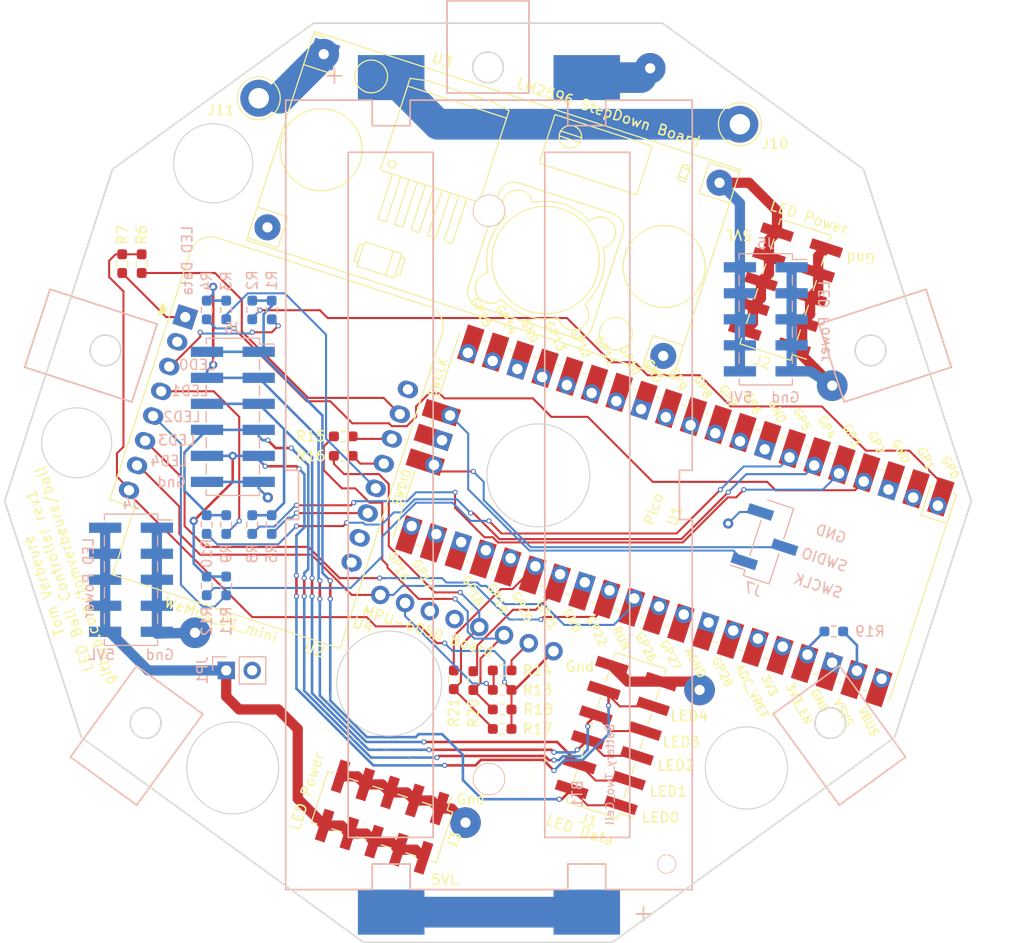
<source format=kicad_pcb>
(kicad_pcb (version 20211014) (generator pcbnew)
  (layers (0 "F.Cu" signal) (1 "In1.Cu" signal) (2 "In2.Cu" signal) (31 "B.Cu" signal) (34 "B.Paste" user) (35 "F.Paste" user) (36 "B.SilkS" user "B.Silkscreen") (37 "F.SilkS" user "F.Silkscreen") (38 "B.Mask" user) (39 "F.Mask" user) (44 "Edge.Cuts" user))
  (net 0 "")
  (net 1 "/SWCLK")
  (net 3 "/SWDIO")
  (net 26 "GND")
  (net 27 "+BATT")
  (net 28 "/LED0")
  (net 29 "/LED1")
  (net 30 "/LED2")
  (net 31 "/LED3")
  (net 32 "/LED4")
  (net 33 "+5VL")
  (net 34 "+5V")
  (net 35 "/LED0_ESP")
  (net 36 "/LED0_PICO")
  (net 37 "/LED1_ESP")
  (net 39 "/LED1_PICO")
  (net 40 "/LED2_ESP")
  (net 41 "+3V3")
  (net 42 "Net-(R6-Pad2)")
  (net 43 "Net-(R7-Pad2)")
  (net 44 "/LED2_PICO")
  (net 45 "/LED3_ESP")
  (net 46 "/LED3_PICO")
  (net 47 "/LED4_ESP")
  (net 48 "/LED4_PICO")
  (net 49 "Net-(R13-Pad1)")
  (net 50 "/INT")
  (net 51 "/SDA")
  (net 52 "/SCL")
  (net 55 "/PICO_RUN")
  (net 56 "/BATT2BATT")
  (net 57 "/SW2PSU")
  (net 58 "Net-(R15-Pad2)")
  (net 59 "Net-(R16-Pad2)")
  (net 60 "Net-(R19-Pad1)")
  (net 61 "Net-(R19-Pad2)")
  (net 62 "Net-(R20-Pad2)")
  (net 63 "Net-(R21-Pad2)")
  (footprint "Resistor_SMD:R_0603_1608Metric_Pad0.98x0.95mm_HandSolder" (layer "F.Cu") (at 120.015 62.5075 -90)
    (fp_text reference "R6")
    (fp_text value "R")
  )
  (footprint "Resistor_SMD:R_0603_1608Metric_Pad0.98x0.95mm_HandSolder" (layer "F.Cu") (at 139.7 79.375)
    (fp_text reference "R15")
    (fp_text value "100K")
  )
  (footprint "Resistor_SMD:R_0603_1608Metric_Pad0.98x0.95mm_HandSolder" (layer "F.Cu") (at 150.495 103.1475 90)
    (fp_text reference "R21")
    (fp_text value "100K")
  )
  (footprint "MCU_RaspberryPi_and_Boards:RPi_Pico_SMD_TH" (layer "F.Cu") (at 172.077731 87.137635 -108)
    (fp_text reference "U1")
    (fp_text value "Pico")
  )
  (footprint "LM2596_Board:YAAJ_DCDC_StepDown_LM2596" (layer "F.Cu") (at 137.795 42.051549 -18)
    (fp_text reference "U3")
    (fp_text value "LM2596 StepDown Board")
  )
  (footprint "Connector_PinHeader_2.54mm:PinHeader_2x05_P2.54mm_Vertical_SMD" (layer "F.Cu") (at 182.891321 65.039584 162)
    (fp_text reference "J2")
    (fp_text value "LED Power")
  )
  (footprint "Connector_PinHeader_2.54mm:PinHeader_2x05_P2.54mm_Vertical_SMD" (layer "F.Cu") (at 143.489049 116.551515 -108)
    (fp_text reference "J3")
    (fp_text value "LED Power")
  )
  (footprint "TestPoint:TestPoint_Loop_D3.80mm_Drill2.0mm" (layer "F.Cu") (at 131.445 46.355)
    (fp_text reference "J11")
    (fp_text value "Conn_01x01")
  )
  (footprint "Module:WEMOS_D1_mini_light" (layer "F.Cu") (at 124.273461 67.728137 -18)
    (fp_text reference "U2")
    (fp_text value "WeMos_D1_mini")
  )
  (footprint "MPU-6050_Board:MPU-6050_Board_no_screw_holes" (layer "F.Cu") (at 149.86 103.505 -108)
    (fp_text reference "U4")
    (fp_text value "MPU-6050 Board")
  )
  (footprint "Resistor_SMD:R_0603_1608Metric_Pad0.98x0.95mm_HandSolder" (layer "F.Cu") (at 139.7 81.28)
    (fp_text reference "R16")
    (fp_text value "100K")
  )
  (footprint "Resistor_SMD:R_0603_1608Metric_Pad0.98x0.95mm_HandSolder" (layer "F.Cu") (at 155.2175 102.235 180)
    (fp_text reference "R14")
    (fp_text value "R")
  )
  (footprint "Resistor_SMD:R_0603_1608Metric_Pad0.98x0.95mm_HandSolder" (layer "F.Cu") (at 118.11 62.5075 -90)
    (fp_text reference "R7")
    (fp_text value "R")
  )
  (footprint "Resistor_SMD:R_0603_1608Metric_Pad0.98x0.95mm_HandSolder" (layer "F.Cu") (at 155.2175 107.95)
    (fp_text reference "R17")
    (fp_text value "R")
  )
  (footprint "Resistor_SMD:R_0603_1608Metric_Pad0.98x0.95mm_HandSolder" (layer "F.Cu") (at 152.4 103.2275 90)
    (fp_text reference "R20")
    (fp_text value "100K")
  )
  (footprint "Connector_PinHeader_2.54mm:PinHeader_2x06_P2.54mm_Vertical_SMD" (layer "F.Cu") (at 166.37 108.585 162)
    (fp_text reference "J1")
    (fp_text value "LED Data")
  )
  (footprint "TestPoint:TestPoint_Loop_D3.80mm_Drill2.0mm" (layer "F.Cu") (at 178.435 48.895)
    (fp_text reference "J10")
    (fp_text value "Conn_01x01")
  )
  (footprint "Resistor_SMD:R_0603_1608Metric_Pad0.98x0.95mm_HandSolder" (layer "F.Cu") (at 155.2175 104.14)
    (fp_text reference "R13")
    (fp_text value "R")
  )
  (footprint "Resistor_SMD:R_0603_1608Metric_Pad0.98x0.95mm_HandSolder" (layer "F.Cu") (at 155.2175 106.045)
    (fp_text reference "R18")
    (fp_text value "R")
  )
  (footprint "Connector_PinHeader_2.54mm:PinHeader_2x05_P2.54mm_Vertical_SMD" (layer "B.Cu") (at 118.975 93.38 180)
    (fp_text reference "J4")
    (fp_text value "LED Power")
  )
  (footprint "2x18650_battery_holder:battery_holder" (layer "B.Cu") (at 153.93 85.09 90)
    (fp_text reference "BT1")
    (fp_text value "Battery_Two_Cell")
  )
  (footprint "Connector_PinHeader_2.54mm:PinHeader_2x06_P2.54mm_Vertical_SMD" (layer "B.Cu") (at 128.92 77.47 180)
    (fp_text reference "J6")
    (fp_text value "LED Data")
  )
  (footprint "Resistor_SMD:R_0603_1608Metric_Pad0.98x0.95mm_HandSolder" (layer "B.Cu") (at 128.27 87.9875 90)
    (fp_text reference "R9")
    (fp_text value "R")
  )
  (footprint "Resistor_SMD:R_0603_1608Metric_Pad0.98x0.95mm_HandSolder" (layer "B.Cu") (at 130.81 67.0325 90)
    (fp_text reference "R2")
    (fp_text value "R")
  )
  (footprint "Resistor_SMD:R_0603_1608Metric_Pad0.98x0.95mm_HandSolder" (layer "B.Cu") (at 132.715 67.0325 90)
    (fp_text reference "R1")
    (fp_text value "R")
  )
  (footprint "Resistor_SMD:R_0603_1608Metric_Pad0.98x0.95mm_HandSolder" (layer "B.Cu") (at 128.27 67.0325 90)
    (fp_text reference "R3")
    (fp_text value "R")
  )
  (footprint "Resistor_SMD:R_0603_1608Metric_Pad0.98x0.95mm_HandSolder" (layer "B.Cu") (at 132.715 87.9875 90)
    (fp_text reference "R5")
    (fp_text value "R")
  )
  (footprint "Connector_PinHeader_2.54mm:PinHeader_2x05_P2.54mm_Vertical_SMD" (layer "B.Cu") (at 180.96 67.945 180)
    (fp_text reference "J5")
    (fp_text value locked "LED Power")
  )
  (footprint "Connector_PinHeader_2.54mm:PinHeader_1x02_P2.54mm_Vertical" (layer "B.Cu") (at 128.27 102.235 -90)
    (fp_text reference "JP1")
    (fp_text value "5V Power")
  )
  (footprint "Connector_PinHeader_2.54mm:PinHeader_1x03_P2.54mm_Vertical_SMD_Pin1Left" (layer "B.Cu") (at 181.222893 89.689095 -18)
    (fp_text reference "J7")
    (fp_text value "Conn_01x03_Male")
  )
  (footprint "Resistor_SMD:R_0603_1608Metric_Pad0.98x0.95mm_HandSolder" (layer "B.Cu") (at 126.365 93.98 90)
    (fp_text reference "R12")
    (fp_text value "R")
  )
  (footprint "Resistor_SMD:R_0603_1608Metric_Pad0.98x0.95mm_HandSolder" (layer "B.Cu") (at 126.365 67.0325 90)
    (fp_text reference "R4")
    (fp_text value "R")
  )
  (footprint "Resistor_SMD:R_0603_1608Metric_Pad0.98x0.95mm_HandSolder" (layer "B.Cu") (at 187.6025 98.425 180)
    (fp_text reference "R19")
    (fp_text value "100K")
  )
  (footprint "Resistor_SMD:R_0603_1608Metric_Pad0.98x0.95mm_HandSolder" (layer "B.Cu") (at 126.365 87.9875 90)
    (fp_text reference "R10")
    (fp_text value "R")
  )
  (footprint "Resistor_SMD:R_0603_1608Metric_Pad0.98x0.95mm_HandSolder" (layer "B.Cu") (at 128.27 93.98 90)
    (fp_text reference "R11")
    (fp_text value "R")
  )
  (footprint "Resistor_SMD:R_0603_1608Metric_Pad0.98x0.95mm_HandSolder" (layer "B.Cu") (at 130.81 87.9875 90)
    (fp_text reference "R8")
    (fp_text value "R")
  )
  (gr_line locked (start 125.993017 106.489779) (end 119.527345 115.388314) (layer "B.SilkS") (width 0.16))
  (gr_line locked (start 157.835498 45.842631) (end 149.835972 45.842631) (layer "B.SilkS") (width 0.16))
  (gr_line locked (start 111.06211 65.012646) (end 121.523658 68.412258) (layer "B.SilkS") (width 0.16))
  (gr_line locked (start 194.616502 110.686367) (end 188.14476 115.388365) (layer "B.SilkS") (width 0.16))
  (gr_line locked (start 181.678529 106.490033) (end 188.151237 101.787706) (layer "B.SilkS") (width 0.16))
  (gr_line locked (start 199.081365 72.621623) (end 188.61974 76.020803) (layer "B.SilkS") (width 0.16))
  (gr_line locked (start 157.835194 36.842217) (end 157.835498 45.842631) (layer "B.SilkS") (width 0.16))
  (gr_line locked (start 121.523658 68.412258) (end 119.051756 76.020473) (layer "B.SilkS") (width 0.16))
  (gr_line locked (start 149.835667 36.842217) (end 157.835194 36.842217) (layer "B.SilkS") (width 0.16))
  (gr_line locked (start 119.051756 76.020473) (end 108.590512 72.621851) (layer "B.SilkS") (width 0.16))
  (gr_line locked (start 186.147608 68.41236) (end 196.609233 65.013154) (layer "B.SilkS") (width 0.16))
  (gr_line locked (start 188.14476 115.388365) (end 181.678529 106.490033) (layer "B.SilkS") (width 0.16))
  (gr_line locked (start 188.61974 76.020803) (end 186.147608 68.41236) (layer "B.SilkS") (width 0.16))
  (gr_line locked (start 108.590512 72.621851) (end 111.06211 65.012646) (layer "B.SilkS") (width 0.16))
  (gr_line locked (start 196.609233 65.013154) (end 199.081365 72.621623) (layer "B.SilkS") (width 0.16))
  (gr_line locked (start 188.151237 101.787706) (end 194.616502 110.686367) (layer "B.SilkS") (width 0.16))
  (gr_line locked (start 113.054587 110.686367) (end 119.521173 101.787554) (layer "B.SilkS") (width 0.16))
  (gr_line locked (start 119.521173 101.787554) (end 125.993017 106.489779) (layer "B.SilkS") (width 0.16))
  (gr_line locked (start 119.527345 115.388314) (end 113.054587 110.686367) (layer "B.SilkS") (width 0.16))
  (gr_line locked (start 149.835972 45.842631) (end 149.835667 36.842217) (layer "B.SilkS") (width 0.16))
  (gr_circle (center 144.184533 103.505) (end 139.104533 102.87) (layer "Edge.Cuts") (width 0.1) (fill none))
  (gr_circle locked (center 191.187905 70.980509) (end 191.651431 72.407094) (layer "Edge.Cuts") (width 0.16) (fill none))
  (gr_circle (center 127 52.705) (end 123.19 53.34) (layer "Edge.Cuts") (width 0.1) (fill none))
  (gr_circle (center 158.75 83.185) (end 163.576 84.582) (layer "Edge.Cuts") (width 0.1) (fill none))
  (gr_line locked (start 114.137967 108.775046) (end 106.638125 85.692904) (layer "Edge.Cuts") (width 0.16))
  (gr_line locked (start 201.03294 85.692271) (end 193.533025 108.775653) (layer "Edge.Cuts") (width 0.16))
  (gr_circle (center 179.07 111.76) (end 182.88 110.49) (layer "Edge.Cuts") (width 0.1) (fill none))
  (gr_line locked (start 136.801515 39.025856) (end 170.869719 39.025168) (layer "Edge.Cuts") (width 0.16))
  (gr_line locked (start 117.165905 53.291819) (end 136.801515 39.025856) (layer "Edge.Cuts") (width 0.16))
  (gr_circle (center 128.905 111.76) (end 124.46 111.125) (layer "Edge.Cuts") (width 0.1) (fill none))
  (gr_circle locked (center 116.483585 70.980409) (end 116.94711 72.406994) (layer "Edge.Cuts") (width 0.16) (fill none))
  (gr_line locked (start 170.869719 39.025168) (end 190.505349 53.291678) (layer "Edge.Cuts") (width 0.16))
  (gr_line locked (start 106.638125 85.692904) (end 117.165905 53.291819) (layer "Edge.Cuts") (width 0.16))
  (gr_circle locked (center 153.836052 43.342149) (end 154.299578 44.768734) (layer "Edge.Cuts") (width 0.16) (fill none))
  (gr_line locked (start 190.505349 53.291678) (end 201.03294 85.692271) (layer "Edge.Cuts") (width 0.16))
  (gr_line locked (start 165.970865 128.799885) (end 141.7 128.8) (layer "Edge.Cuts") (width 0.16))
  (gr_circle locked (center 187.266359 107.374587) (end 187.729885 108.801171) (layer "Edge.Cuts") (width 0.16) (fill none))
  (gr_circle (center 113.665 80.01) (end 110.49 81.28) (layer "Edge.Cuts") (width 0.1) (fill none))
  (gr_line locked (start 193.533025 108.775653) (end 165.970865 128.799885) (layer "Edge.Cuts") (width 0.16))
  (gr_circle locked (center 120.405978 107.37458) (end 120.869503 108.801165) (layer "Edge.Cuts") (width 0.16) (fill none))
  (gr_line locked (start 141.7 128.8) (end 114.137967 108.775046) (layer "Edge.Cuts") (width 0.16))
  (gr_text "LED4" (at 122.682 81.788) (layer "B.SilkS") (effects (font (size 1 1)) (justify mirror)))
  (gr_text "LED0\n" (at 125.476 72.39) (layer "B.SilkS") (effects (font (size 1 1)) (justify mirror)))
  (gr_text "Gnd" (at 122.936 83.82) (layer "B.SilkS") (effects (font (size 1 1)) (justify mirror)))
  (gr_text "LED1" (at 124.714 74.93) (layer "B.SilkS") (effects (font (size 1 1)) (justify mirror)))
  (gr_text "GND" (at 187.325 88.9 342) (layer "B.SilkS") (effects (font (size 1 1)) (justify mirror)))
  (gr_text "5VL" (at 116.1 100.7) (layer "B.SilkS") (effects (font (size 1 1)) (justify mirror)))
  (gr_text "5VL" (at 178.36 75.565) (layer "B.SilkS") (effects (font (size 1 1)) (justify mirror)))
  (gr_text "Gnd" (at 121.8 100.7) (layer "B.SilkS") (effects (font (size 1 1)) (justify mirror)))
  (gr_text "SWDIO" (at 186.69 91.44 342) (layer "B.SilkS") (effects (font (size 1 1)) (justify mirror)))
  (gr_text "SWCLK" (at 186.055 93.98 342) (layer "B.SilkS") (effects (font (size 1 1)) (justify mirror)))
  (gr_text "Gnd" (at 182.88 75.565) (layer "B.SilkS") (effects (font (size 1 1)) (justify mirror)))
  (gr_text "LED3" (at 123.444 79.756) (layer "B.SilkS") (effects (font (size 1 1)) (justify mirror)))
  (gr_text "LED2" (at 123.952 77.47) (layer "B.SilkS") (effects (font (size 1 1)) (justify mirror)))
  (gr_text "Gnd" (at 152.146 114.808) (layer "F.SilkS") (effects (font (size 1 1))))
  (gr_text "Gnd" (at 190.246 61.976 180) (layer "F.SilkS") (effects (font (size 1 1))))
  (gr_text "LED3" (at 172.72 109.22) (layer "F.SilkS") (effects (font (size 1 1))))
  (gr_text "Gnd" (at 162.814 101.854) (layer "F.SilkS") (effects (font (size 1 1))))
  (gr_text "5VL" (at 178.308 59.69 180) (layer "F.SilkS") (effects (font (size 1 1))))
  (gr_text "LED0" (at 170.688 116.586) (layer "F.SilkS") (effects (font (size 1 1))))
  (gr_text "LED4" (at 173.482 106.68) (layer "F.SilkS") (effects (font (size 1 1))))
  (gr_text "Tom Verbeure\nLED Ball Controller rev1\ngithub.com/tomverbeure/ball" (at 112.014 93.472 108) (layer "F.SilkS") (effects (font (size 1 1))))
  (gr_text "LED1" (at 171.45 114.046) (layer "F.SilkS") (effects (font (size 1 1))))
  (gr_text "LED2" (at 172.212 111.506) (layer "F.SilkS") (effects (font (size 1 1))))
  (gr_text "5VL" (at 149.606 122.682) (layer "F.SilkS") (effects (font (size 1 1))))
  (segment (start 151.900499 84.544255) (end 151.900499 79.104561) (width 0.2) (layer "B.Cu") (net 1))
  (segment (start 178.863991 91.593355) (end 177.797665 90.527029) (width 0.2) (layer "B.Cu") (net 1))
  (segment (start 151.900499 79.104561) (end 150.132383 77.336445) (width 0.2) (layer "B.Cu") (net 1))
  (segment (start 177.797665 90.527029) (end 157.883273 90.527029) (width 0.2) (layer "B.Cu") (net 1))
  (segment (start 157.883273 90.527029) (end 151.900499 84.544255) (width 0.2) (layer "B.Cu") (net 1))
  (segment (start 149.198765 82.804) (end 148.562577 82.167812) (width 0.2) (layer "F.Cu") (net 3))
  (segment (start 152.4 82.804) (end 149.198765 82.804) (width 0.2) (layer "F.Cu") (net 3))
  (via (at 152.4 82.804) (size 0.5) (drill 0.3) (layers "F.Cu" "B.Cu") (net 3))
  (segment (start 153.416 83.82) (end 152.4 82.804) (width 0.2) (layer "B.Cu") (net 3))
  (segment (start 156.972 89.154) (end 153.416 85.598) (width 0.2) (layer "B.Cu") (net 3))
  (segment (start 182.796892 90.200518) (end 158.018518 90.200518) (width 0.2) (layer "B.Cu") (net 3))
  (segment (start 153.416 85.598) (end 153.416 85.344) (width 0.2) (layer "B.Cu") (net 3))
  (segment (start 153.416 85.344) (end 153.416 83.82) (width 0.2) (layer "B.Cu") (net 3))
  (segment (start 158.018518 90.200518) (end 156.972 89.154) (width 0.2) (layer "B.Cu") (net 3))
  (segment (start 148.562577 82.167812) (end 148.67394 82.167812) (width 0.25) (layer "B.Cu") (net 3))
  (segment (start 149.100684 115.719904) (end 150.263904 115.719904) (width 1) (layer "F.Cu") (net 26))
  (segment (start 144.269317 114.150097) (end 145.900097 114.150097) (width 1) (layer "F.Cu") (net 26))
  (segment (start 185.292739 65.819852) (end 185.292739 67.450632) (width 1) (layer "F.Cu") (net 26))
  (segment (start 183.722932 70.692932) (end 187.452 74.422) (width 1) (layer "F.Cu") (net 26))
  (segment (start 170.733676 103.326059) (end 167.491376 103.326059) (width 1) (layer "F.Cu") (net 26))
  (segment (start 141.06873 112.580291) (end 141.853633 113.365194) (width 1) (layer "F.Cu") (net 26))
  (segment (start 148.31578 114.935) (end 149.100684 115.719904) (width 1) (layer "F.Cu") (net 26))
  (segment (start 170.733676 103.326059) (end 173.684059 103.326059) (width 1) (layer "F.Cu") (net 26))
  (segment (start 163.90204 93.019591) (end 163.291361 93.63027) (width 0.25) (layer "F.Cu") (net 26))
  (segment (start 187.448197 101.479301) (end 187.448197 100.585558) (width 0.25) (layer "F.Cu") (net 26))
  (segment (start 173.684059 103.326059) (end 174.498 104.14) (width 1) (layer "F.Cu") (net 26))
  (segment (start 156.13 101.255822) (end 157.815114 99.570708) (width 0.2) (layer "F.Cu") (net 26))
  (segment (start 186.077642 61.773388) (end 186.077642 63.404168) (width 1) (layer "F.Cu") (net 26))
  (segment (start 184.507836 69.866315) (end 183.722932 70.651219) (width 1) (layer "F.Cu") (net 26))
  (segment (start 151.823622 89.095075) (end 151.212943 89.705754) (width 0.25) (layer "F.Cu") (net 26))
  (segment (start 186.077642 63.404168) (end 186.077642 65.034949) (width 1) (layer "F.Cu") (net 26))
  (segment (start 156.707265 72.795969) (end 156.707265 73.286087) (width 0.25) (layer "F.Cu") (net 26))
  (segment (start 183.722932 70.651219) (end 183.722932 70.692932) (width 1) (layer "F.Cu") (net 26))
  (segment (start 139.43795 112.580291) (end 141.06873 112.580291) (width 1) (layer "F.Cu") (net 26))
  (segment (start 146.685 114.935) (end 148.31578 114.935) (width 1) (layer "F.Cu") (net 26))
  (segment (start 143.484414 113.365194) (end 144.269317 114.150097) (width 1) (layer "F.Cu") (net 26))
  (segment (start 141.853633 113.365194) (end 143.484414 113.365194) (width 1) (layer "F.Cu") (net 26))
  (segment (start 145.900097 114.150097) (end 146.685 114.935) (width 1) (layer "F.Cu") (net 26))
  (segment (start 185.292739 67.450632) (end 184.507836 68.235535) (width 1) (layer "F.Cu") (net 26))
  (segment (start 156.707265 72.795969) (end 156.707265 72.765149) (width 0.25) (layer "F.Cu") (net 26))
  (segment (start 186.077642 65.034949) (end 185.292739 65.819852) (width 1) (layer "F.Cu") (net 26))
  (segment (start 150.263904 115.719904) (end 151.638 117.094) (width 1) (layer "F.Cu") (net 26))
  (segment (start 186.077642 61.773388) (end 186.862545 60.988485) (width 1) (layer "F.Cu") (net 26))
  (segment (start 156.13 102.235) (end 156.13 101.255822) (width 0.2) (layer "F.Cu") (net 26))
  (segment (start 184.507836 68.235535) (end 184.507836 69.866315) (width 1) (layer "F.Cu") (net 26))
  (segment (start 167.491376 103.326059) (end 165.93084 101.765523) (width 1) (layer "F.Cu") (net 26))
  (segment (start 163.291361 93.63027) (end 163.291361 93.185313) (width 0.25) (layer "F.Cu") (net 26))
  (via (at 125.222 98.552) (size 3) (drill 1) (layers "F.Cu" "B.Cu") (net 26))
  (via (at 177.292 87.884) (size 1) (drill 0.5) (layers "F.Cu" "B.Cu") (net 26))
  (via (at 151.638 117.094) (size 3) (drill 1) (layers "F.Cu" "B.Cu") (net 26))
  (via (at 169.672 43.434) (size 3) (drill 1) (layers "F.Cu" "B.Cu") (net 26))
  (via (at 132.334 85.344) (size 1) (drill 0.5) (layers "F.Cu" "B.Cu") (net 26))
  (via (at 174.498 104.14) (size 3) (drill 1) (layers "F.Cu" "B.Cu") (net 26))
  (via (at 187.452 74.422) (size 3) (drill 1) (layers "F.Cu" "B.Cu") (net 26))
  (segment (start 125.222 98.552) (end 121.5 98.64) (width 1) (layer "B.Cu") (net 26))
  (segment (start 121.5 95.92) (end 121.5 93.38) (width 1) (layer "B.Cu") (net 26))
  (segment (start 126.395 83.82) (end 131.445 83.82) (width 0.25) (layer "B.Cu") (net 26))
  (segment (start 180.433798 86.761988) (end 178.414012 86.761988) (width 0.2) (layer "B.Cu") (net 26))
  (segment (start 183.485 73.025) (end 183.485 70.485) (width 1) (layer "B.Cu") (net 26))
  (segment (start 121.5 90.84) (end 121.5 88.3) (width 1) (layer "B.Cu") (net 26))
  (segment (start 121.5 93.38) (end 121.5 90.84) (width 1) (layer "B.Cu") (net 26))
  (segment (start 121.5 98.64) (end 121.5 98.46) (width 1) (layer "B.Cu") (net 26))
  (segment (start 178.414012 86.761988) (end 177.292 87.884) (width 0.2) (layer "B.Cu") (net 26))
  (segment (start 131.445 84.455) (end 132.334 85.344) (width 0.25) (layer "B.Cu") (net 26))
  (segment (start 183.485 67.945) (end 183.485 65.405) (width 1) (layer "B.Cu") (net 26))
  (segment (start 183.485 65.405) (end 183.485 62.865) (width 1) (layer "B.Cu") (net 26))
  (segment (start 168.766 44.34) (end 169.672 43.434) (width 1) (layer "B.Cu") (net 26))
  (segment (start 121.5 98.46) (end 121.5 95.92) (width 1) (layer "B.Cu") (net 26))
  (segment (start 183.485 70.485) (end 183.485 67.945) (width 1) (layer "B.Cu") (net 26))
  (segment (start 185.293 73.025) (end 183.485 73.025) (width 1) (layer "B.Cu") (net 26))
  (segment (start 163.48 44.34) (end 168.766 44.34) (width 3) (layer "B.Cu") (net 26))
  (segment (start 131.445 83.82) (end 131.445 84.455) (width 0.25) (layer "B.Cu") (net 26))
  (segment (start 187.452 74.422) (end 185.293 73.025) (width 1) (layer "B.Cu") (net 26))
  (segment (start 148.935 48.895) (end 144.38 44.34) (width 3) (layer "B.Cu") (net 27))
  (segment (start 178.435 48.895) (end 148.935 48.895) (width 3) (layer "B.Cu") (net 27))
  (segment (start 160.782 114.808) (end 161.042265 114.808) (width 0.25) (layer "F.Cu") (net 28))
  (segment (start 138.43 93.472) (end 138.43 95.25) (width 0.25) (layer "F.Cu") (net 28))
  (segment (start 161.042265 114.808) (end 162.006324 113.843941) (width 0.25) (layer "F.Cu") (net 28))
  (segment (start 163.56686 115.404477) (end 162.006324 113.843941) (width 0.2) (layer "F.Cu") (net 28))
  (segment (start 166.80916 115.404477) (end 163.56686 115.404477) (width 0.2) (layer "F.Cu") (net 28))
  (via (at 138.43 93.472) (size 0.5) (drill 0.3) (layers "F.Cu" "B.Cu") (net 28))
  (via (at 138.43 95.25) (size 0.5) (drill 0.3) (layers "F.Cu" "B.Cu") (net 28))
  (via (at 160.782 114.808) (size 0.5) (drill 0.3) (layers "F.Cu" "B.Cu") (net 28))
  (segment (start 151.384 112.776) (end 151.384 112.944974) (width 0.25) (layer "B.Cu") (net 28))
  (segment (start 137.668 92.71) (end 138.43 93.472) (width 0.25) (layer "B.Cu") (net 28))
  (segment (start 142.009054 108.750376) (end 146.773624 108.750376) (width 0.25) (layer "B.Cu") (net 28))
  (segment (start 151.384 112.944974) (end 153.247026 114.808) (width 0.25) (layer "B.Cu") (net 28))
  (segment (start 131.445 71.12) (end 131.923511 70.641489) (width 0.25) (layer "B.Cu") (net 28))
  (segment (start 149.352 108.458) (end 151.384 110.49) (width 0.25) (layer "B.Cu") (net 28))
  (segment (start 137.668 77.343) (end 137.668 85.598) (width 0.25) (layer "B.Cu") (net 28))
  (segment (start 132.715 66.12) (end 130.81 66.12) (width 0.25) (layer "B.Cu") (net 28))
  (segment (start 146.812 108.712) (end 147.066 108.458) (width 0.25) (layer "B.Cu") (net 28))
  (segment (start 137.668 85.598) (end 137.668 92.71) (width 0.25) (layer "B.Cu") (net 28))
  (segment (start 131.923511 67.446247) (end 132.715 66.654758) (width 0.25) (layer "B.Cu") (net 28))
  (segment (start 131.445 71.12) (end 126.395 71.12) (width 0.25) (layer "B.Cu") (net 28))
  (segment (start 132.715 66.654758) (end 132.715 66.12) (width 0.25) (layer "B.Cu") (net 28))
  (segment (start 147.066 108.458) (end 149.352 108.458) (width 0.25) (layer "B.Cu") (net 28))
  (segment (start 131.923511 70.641489) (end 131.923511 67.446247) (width 0.25) (layer "B.Cu") (net 28))
  (segment (start 138.43 95.25) (end 138.43 105.171322) (width 0.25) (layer "B.Cu") (net 28))
  (segment (start 151.384 110.49) (end 151.384 112.776) (width 0.25) (layer "B.Cu") (net 28))
  (segment (start 131.445 71.12) (end 137.668 77.343) (width 0.25) (layer "B.Cu") (net 28))
  (segment (start 138.43 105.171322) (end 142.009054 108.750376) (width 0.25) (layer "B.Cu") (net 28))
  (segment (start 146.773624 108.750376) (end 146.812 108.712) (width 0.25) (layer "B.Cu") (net 28))
  (segment (start 153.247026 114.808) (end 160.782 114.808) (width 0.25) (layer "B.Cu") (net 28))
  (segment (start 137.414 93.472) (end 137.414 95.25) (width 0.25) (layer "F.Cu") (net 29))
  (segment (start 164.351764 112.988793) (end 162.791228 111.428257) (width 0.2) (layer "F.Cu") (net 29))
  (segment (start 160.582971 109.22) (end 162.791228 111.428257) (width 0.25) (layer "F.Cu") (net 29))
  (segment (start 147.574 109.22) (end 160.582971 109.22) (width 0.25) (layer "F.Cu") (net 29))
  (segment (start 127 72.39) (end 127 64.77) (width 0.25) (layer "F.Cu") (net 29))
  (segment (start 167.594063 112.988793) (end 164.351764 112.988793) (width 0.2) (layer "F.Cu") (net 29))
  (via (at 137.414 93.472) (size 0.5) (drill 0.3) (layers "F.Cu" "B.Cu") (net 29))
  (via (at 147.574 109.22) (size 0.5) (drill 0.3) (layers "F.Cu" "B.Cu") (net 29))
  (via (at 137.414 95.25) (size 0.5) (drill 0.3) (layers "F.Cu" "B.Cu") (net 29))
  (via (at 127 64.77) (size 0.8) (drill 0.4) (layers "F.Cu" "B.Cu") (net 29))
  (via (at 127 72.39) (size 0.8) (drill 0.4) (layers "F.Cu" "B.Cu") (net 29))
  (segment (start 141.946212 109.22) (end 147.574 109.22) (width 0.25) (layer "B.Cu") (net 29))
  (segment (start 137.414 95.25) (end 137.414 104.687788) (width 0.25) (layer "B.Cu") (net 29))
  (segment (start 127 65.485) (end 126.365 66.12) (width 0.25) (layer "B.Cu") (net 29))
  (segment (start 137.29149 93.34949) (end 137.414 93.472) (width 0.25) (layer "B.Cu") (net 29))
  (segment (start 128.27 66.12) (end 126.365 66.12) (width 0.25) (layer "B.Cu") (net 29))
  (segment (start 126.395 73.66) (end 131.445 73.66) (width 0.25) (layer "B.Cu") (net 29))
  (segment (start 126.395 72.995) (end 127 72.39) (width 0.25) (layer "B.Cu") (net 29))
  (segment (start 137.29149 79.50649) (end 137.29149 93.34949) (width 0.25) (layer "B.Cu") (net 29))
  (segment (start 127 64.77) (end 127 65.485) (width 0.25) (layer "B.Cu") (net 29))
  (segment (start 126.395 73.66) (end 126.395 72.995) (width 0.25) (layer "B.Cu") (net 29))
  (segment (start 131.445 73.66) (end 137.29149 79.50649) (width 0.25) (layer "B.Cu") (net 29))
  (segment (start 137.414 104.687788) (end 141.946212 109.22) (width 0.25) (layer "B.Cu") (net 29))
  (segment (start 162.56 109.982) (end 162.606705 109.982) (width 0.25) (layer "F.Cu") (net 30))
  (segment (start 165.136667 110.57311) (end 163.576131 109.012574) (width 0.2) (layer "F.Cu") (net 30))
  (segment (start 148.082 109.982) (end 160.02 109.982) (width 0.25) (layer "F.Cu") (net 30))
  (segment (start 160.02 109.982) (end 160.274 110.236) (width 0.25) (layer "F.Cu") (net 30))
  (segment (start 162.606705 109.982) (end 163.576131 109.012574) (width 0.25) (layer "F.Cu") (net 30))
  (segment (start 168.378966 110.57311) (end 165.136667 110.57311) (width 0.2) (layer "F.Cu") (net 30))
  (segment (start 136.652 93.218) (end 136.652 94.996) (width 0.25) (layer "F.Cu") (net 30))
  (via (at 136.652 94.996) (size 0.5) (drill 0.3) (layers "F.Cu" "B.Cu") (net 30))
  (via (at 136.652 93.218) (size 0.5) (drill 0.3) (layers "F.Cu" "B.Cu") (net 30))
  (via (at 162.56 109.982) (size 0.5) (drill 0.3) (layers "F.Cu" "B.Cu") (net 30))
  (via (at 148.082 109.982) (size 0.5) (drill 0.3) (layers "F.Cu" "B.Cu") (net 30))
  (via (at 160.274 110.236) (size 0.5) (drill 0.3) (layers "F.Cu" "B.Cu") (net 30))
  (segment (start 136.652 104.458254) (end 142.175746 109.982) (width 0.25) (layer "B.Cu") (net 30))
  (segment (start 131.445 76.2) (end 133.9215 78.6765) (width 0.25) (layer "B.Cu") (net 30))
  (segment (start 161.798 110.236) (end 162.306 110.236) (width 0.25) (layer "B.Cu") (net 30))
  (segment (start 142.175746 109.982) (end 148.082 109.982) (width 0.25) (layer "B.Cu") (net 30))
  (segment (start 133.9215 78.6765) (end 136.66098 81.41598) (width 0.25) (layer "B.Cu") (net 30))
  (segment (start 136.652 94.996) (end 136.652 104.458254) (width 0.25) (layer "B.Cu") (net 30))
  (segment (start 162.306 110.236) (end 162.56 109.982) (width 0.25) (layer "B.Cu") (net 30))
  (segment (start 131.445 76.2) (end 126.395 76.2) (width 0.25) (layer "B.Cu") (net 30))
  (segment (start 136.66098 93.20902) (end 136.652 93.218) (width 0.25) (layer "B.Cu") (net 30))
  (segment (start 132.715 87.075) (end 133.9215 85.8685) (width 0.25) (layer "B.Cu") (net 30))
  (segment (start 133.9215 85.8685) (end 133.9215 78.6765) (width 0.25) (layer "B.Cu") (net 30))
  (segment (start 130.81 87.075) (end 132.715 87.075) (width 0.25) (layer "B.Cu") (net 30))
  (segment (start 160.274 110.236) (end 161.798 110.236) (width 0.25) (layer "B.Cu") (net 30))
  (segment (start 136.66098 81.41598) (end 136.66098 93.20902) (width 0.25) (layer "B.Cu") (net 30))
  (segment (start 169.163869 108.157426) (end 165.92157 108.157426) (width 0.2) (layer "F.Cu") (net 31))
  (segment (start 133.096 80.518) (end 134.62 80.518) (width 0.25) (layer "F.Cu") (net 31))
  (segment (start 132.334 79.756) (end 133.096 80.518) (width 0.25) (layer "F.Cu") (net 31))
  (segment (start 159.381435 110.588969) (end 159.790466 110.998) (width 0.25) (layer "F.Cu") (net 31))
  (segment (start 159.790466 110.998) (end 160.274 110.998) (width 0.25) (layer "F.Cu") (net 31))
  (segment (start 148.844 110.744) (end 148.999031 110.588969) (width 0.25) (layer "F.Cu") (net 31))
  (segment (start 163.576 107.696) (end 163.576 107.381924) (width 0.25) (layer "F.Cu") (net 31))
  (segment (start 165.92157 108.157426) (end 164.361034 106.59689) (width 0.2) (layer "F.Cu") (net 31))
  (segment (start 163.576 107.381924) (end 164.361034 106.59689) (width 0.25) (layer "F.Cu") (net 31))
  (segment (start 135.89 93.218) (end 135.89 94.996) (width 0.25) (layer "F.Cu") (net 31))
  (segment (start 148.999031 110.588969) (end 159.381435 110.588969) (width 0.25) (layer "F.Cu") (net 31))
  (via (at 135.89 93.218) (size 0.5) (drill 0.3) (layers "F.Cu" "B.Cu") (net 31))
  (via (at 134.62 80.518) (size 0.5) (drill 0.3) (layers "F.Cu" "B.Cu") (net 31))
  (via (at 160.274 110.998) (size 0.5) (drill 0.3) (layers "F.Cu" "B.Cu") (net 31))
  (via (at 163.576 107.696) (size 0.5) (drill 0.3) (layers "F.Cu" "B.Cu") (net 31))
  (via (at 132.334 79.756) (size 0.5) (drill 0.3) (layers "F.Cu" "B.Cu") (net 31))
  (via (at 148.844 110.744) (size 0.5) (drill 0.3) (layers "F.Cu" "B.Cu") (net 31))
  (via (at 135.89 94.996) (size 0.5) (drill 0.3) (layers "F.Cu" "B.Cu") (net 31))
  (segment (start 126.365 87.075) (end 126.365 86.849511) (width 0.25) (layer "B.Cu") (net 31))
  (segment (start 135.89 104.228735) (end 142.405265 110.744) (width 0.25) (layer "B.Cu") (net 31))
  (segment (start 161.134045 110.621489) (end 162.912045 110.621489) (width 0.25) (layer "B.Cu") (net 31))
  (segment (start 131.445 79.375) (end 131.826 79.756) (width 0.25) (layer "B.Cu") (net 31))
  (segment (start 136.28447 82.18247) (end 136.28447 92.339996) (width 0.25) (layer "B.Cu") (net 31))
  (segment (start 126.365 86.849511) (end 124.195489 84.68) (width 0.25) (layer "B.Cu") (net 31))
  (segment (start 126.365 87.075) (end 128.27 87.075) (width 0.25) (layer "B.Cu") (net 31))
  (segment (start 124.195489 80.939511) (end 126.395 78.74) (width 0.25) (layer "B.Cu") (net 31))
  (segment (start 136.28447 92.339996) (end 135.89 92.734466) (width 0.25) (layer "B.Cu") (net 31))
  (segment (start 142.405265 110.744) (end 148.844 110.744) (width 0.25) (layer "B.Cu") (net 31))
  (segment (start 126.395 78.74) (end 131.445 78.74) (width 0.25) (layer "B.Cu") (net 31))
  (segment (start 160.274 110.998) (end 160.757534 110.998) (width 0.25) (layer "B.Cu") (net 31))
  (segment (start 131.445 78.74) (end 131.445 79.375) (width 0.25) (layer "B.Cu") (net 31))
  (segment (start 135.89 94.996) (end 135.89 104.228735) (width 0.25) (layer "B.Cu") (net 31))
  (segment (start 134.62 80.518) (end 136.28447 82.18247) (width 0.25) (layer "B.Cu") (net 31))
  (segment (start 163.576 109.957534) (end 163.576 107.696) (width 0.25) (layer "B.Cu") (net 31))
  (segment (start 162.912045 110.621489) (end 163.576 109.957534) (width 0.25) (layer "B.Cu") (net 31))
  (segment (start 160.757534 110.998) (end 161.134045 110.621489) (width 0.25) (layer "B.Cu") (net 31))
  (segment (start 131.826 79.756) (end 132.334 79.756) (width 0.25) (layer "B.Cu") (net 31))
  (segment (start 135.89 92.734466) (end 135.89 93.218) (width 0.25) (layer "B.Cu") (net 31))
  (segment (start 124.195489 84.68) (end 124.195489 80.939511) (width 0.25) (layer "B.Cu") (net 31))
  (segment (start 125.095 87.63) (end 128.905 83.82) (width 0.25) (layer "F.Cu") (net 32))
  (segment (start 165.608 104.64327) (end 165.145937 104.181207) (width 0.25) (layer "F.Cu") (net 32))
  (segment (start 159.225479 110.965479) (end 160.274 112.014) (width 0.25) (layer "F.Cu") (net 32))
  (segment (start 135.128 82.296) (end 135.382 82.55) (width 0.25) (layer "F.Cu") (net 32))
  (segment (start 166.706473 105.741743) (end 165.145937 104.181207) (width 0.2) (layer "F.Cu") (net 32))
  (segment (start 128.905 83.82) (end 128.905 81.28) (width 0.25) (layer "F.Cu") (net 32))
  (segment (start 165.608 105.664) (end 165.608 104.64327) (width 0.25) (layer "F.Cu") (net 32))
  (segment (start 149.606 111.506) (end 152.613026 111.506) (width 0.25) (layer "F.Cu") (net 32))
  (segment (start 153.153547 110.965479) (end 159.225479 110.965479) (width 0.25) (layer "F.Cu") (net 32))
  (segment (start 135.128 93.218) (end 135.128 94.996) (width 0.25) (layer "F.Cu") (net 32))
  (segment (start 169.948772 105.741743) (end 166.706473 105.741743) (width 0.2) (layer "F.Cu") (net 32))
  (segment (start 135.128 92.964) (end 135.128 93.218) (width 0.25) (layer "F.Cu") (net 32))
  (segment (start 152.613026 111.506) (end 153.153547 110.965479) (width 0.25) (layer "F.Cu") (net 32))
  (segment (start 132.08 82.296) (end 135.128 82.296) (width 0.25) (layer "F.Cu") (net 32))
  (via (at 135.128 94.996) (size 0.5) (drill 0.3) (layers "F.Cu" "B.Cu") (net 32))
  (via (at 125.095 87.63) (size 0.8) (drill 0.4) (layers "F.Cu" "B.Cu") (net 32))
  (via (at 132.08 82.296) (size 0.5) (drill 0.3) (layers "F.Cu" "B.Cu") (net 32))
  (via (at 128.905 81.28) (size 0.8) (drill 0.4) (layers "F.Cu" "B.Cu") (net 32))
  (via (at 165.608 105.664) (size 0.5) (drill 0.3) (layers "F.Cu" "B.Cu") (net 32))
  (via (at 160.274 112.014) (size 0.5) (drill 0.3) (layers "F.Cu" "B.Cu") (net 32))
  (via (at 149.606 111.506) (size 0.5) (drill 0.3) (layers "F.Cu" "B.Cu") (net 32))
  (via (at 135.382 82.55) (size 0.5) (drill 0.3) (layers "F.Cu" "B.Cu") (net 32))
  (via (at 135.128 92.964) (size 0.5) (drill 0.3) (layers "F.Cu" "B.Cu") (net 32))
  (segment (start 135.90796 83.07596) (end 135.90796 88.253824) (width 0.25) (layer "B.Cu") (net 32))
  (segment (start 135.128 103.999217) (end 142.634783 111.506) (width 0.25) (layer "B.Cu") (net 32))
  (segment (start 135.128 89.033784) (end 135.128 92.964) (width 0.25) (layer "B.Cu") (net 32))
  (segment (start 135.128 94.996) (end 135.128 103.999217) (width 0.25) (layer "B.Cu") (net 32))
  (segment (start 126.365 93.0675) (end 128.27 93.0675) (width 0.25) (layer "B.Cu") (net 32))
  (segment (start 131.445 81.661) (end 132.08 82.296) (width 0.25) (layer "B.Cu") (net 32))
  (segment (start 165.608 108.458) (end 163.068 110.998) (width 0.25) (layer "B.Cu") (net 32))
  (segment (start 125.095 91.7975) (end 125.095 87.63) (width 0.25) (layer "B.Cu") (net 32))
  (segment (start 161.29 110.998) (end 160.274 112.014) (width 0.25) (layer "B.Cu") (net 32))
  (segment (start 131.445 81.28) (end 131.445 81.661) (width 0.25) (layer "B.Cu") (net 32))
  (segment (start 135.382 82.55) (end 135.90796 83.07596) (width 0.25) (layer "B.Cu") (net 32))
  (segment (start 142.634783 111.506) (end 149.606 111.506) (width 0.25) (layer "B.Cu") (net 32))
  (segment (start 126.365 93.0675) (end 125.095 91.7975) (width 0.25) (layer "B.Cu") (net 32))
  (segment (start 165.608 105.664) (end 165.608 108.458) (width 0.25) (layer "B.Cu") (net 32))
  (segment (start 135.90796 88.253824) (end 135.128 89.033784) (width 0.25) (layer "B.Cu") (net 32))
  (segment (start 163.068 110.998) (end 161.29 110.998) (width 0.25) (layer "B.Cu") (net 32))
  (segment (start 131.445 81.28) (end 126.395 81.28) (width 0.25) (layer "B.Cu") (net 32))
  (segment (start 146.755245 119.737836) (end 147.540148 120.522739) (width 1) (layer "F.Cu") (net 33))
  (segment (start 181.274806 61.843633) (end 181.274806 63.474413) (width 1) (layer "F.Cu") (net 33))
  (segment (start 144.339562 118.952933) (end 145.124465 119.737836) (width 1) (layer "F.Cu") (net 33))
  (segment (start 179.324 54.61) (end 182.05971 57.34571) (width 1) (layer "F.Cu") (net 33))
  (segment (start 140.293098 118.16803) (end 141.923878 118.16803) (width 1) (layer "F.Cu") (net 33))
  (segment (start 129.54 106.045) (end 128.27 104.775) (width 1) (layer "F.Cu") (net 33))
  (segment (start 181.263886 59.427949) (end 182.05971 59.427949) (width 0.25) (layer "F.Cu") (net 33))
  (segment (start 139.508194 117.383126) (end 140.293098 118.16803) (width 1) (layer "F.Cu") (net 33))
  (segment (start 137.877414 117.383126) (end 135.255 114.760712) (width 1) (layer "F.Cu") (net 33))
  (segment (start 179.705 66.675) (end 179.705 68.30578) (width 1) (layer "F.Cu") (net 33))
  (segment (start 142.708781 118.952933) (end 144.339562 118.952933) (width 1) (layer "F.Cu") (net 33))
  (segment (start 181.274806 60.212853) (end 182.05971 59.427949) (width 1) (layer "F.Cu") (net 33))
  (segment (start 137.877414 117.383126) (end 139.508194 117.383126) (width 1) (layer "F.Cu") (net 33))
  (segment (start 176.445937 54.61) (end 179.324 54.61) (width 1) (layer "F.Cu") (net 33))
  (segment (start 135.255 107.95) (end 133.35 106.045) (width 1) (layer "F.Cu") (net 33))
  (segment (start 179.705 68.30578) (end 178.920097 69.090683) (width 1) (layer "F.Cu") (net 33))
  (segment (start 182.05971 57.34571) (end 182.05971 59.427949) (width 1) (layer "F.Cu") (net 33))
  (segment (start 181.274806 60.212853) (end 181.274806 61.843633) (width 1) (layer "F.Cu") (net 33))
  (segment (start 141.923878 118.16803) (end 142.708781 118.952933) (width 1) (layer "F.Cu") (net 33))
  (segment (start 135.255 114.760712) (end 135.255 107.95) (width 1) (layer "F.Cu") (net 33))
  (segment (start 128.27 102.87) (end 128.27 102.235) (width 0.25) (layer "F.Cu") (net 33))
  (segment (start 180.489903 65.890097) (end 179.705 66.675) (width 1) (layer "F.Cu") (net 33))
  (segment (start 181.274806 63.474413) (end 180.489903 64.259316) (width 1) (layer "F.Cu") (net 33))
  (segment (start 128.27 104.775) (end 128.27 102.235) (width 1) (layer "F.Cu") (net 33))
  (segment (start 180.489903 64.259316) (end 180.489903 65.890097) (width 1) (layer "F.Cu") (net 33))
  (segment (start 145.124465 119.737836) (end 146.755245 119.737836) (width 1) (layer "F.Cu") (net 33))
  (segment (start 133.35 106.045) (end 129.54 106.045) (width 1) (layer "F.Cu") (net 33))
  (segment (start 178.435 62.865) (end 178.435 56.599063) (width 1) (layer "B.Cu") (net 33))
  (segment (start 178.435 70.485) (end 178.435 67.945) (width 1) (layer "B.Cu") (net 33))
  (segment (start 178.435 67.945) (end 178.435 65.405) (width 1) (layer "B.Cu") (net 33))
  (segment (start 116.45 98.46) (end 116.45 95.92) (width 1) (layer "B.Cu") (net 33))
  (segment (start 116.45 93.38) (end 116.45 95.92) (width 1) (layer "B.Cu") (net 33))
  (segment (start 178.435 65.405) (end 178.435 62.865) (width 1) (layer "B.Cu") (net 33))
  (segment (start 178.435 56.599063) (end 176.445937 54.61) (width 1) (layer "B.Cu") (net 33))
  (segment (start 178.435 73.025) (end 178.435 70.485) (width 1) (layer "B.Cu") (net 33))
  (segment (start 116.45 90.84) (end 116.45 88.3) (width 1) (layer "B.Cu") (net 33))
  (segment (start 116.45 98.46) (end 116.875 98.46) (width 1) (layer "B.Cu") (net 33))
  (segment (start 116.875 98.46) (end 120.65 102.235) (width 1) (layer "B.Cu") (net 33))
  (segment (start 120.65 102.235) (end 128.27 102.235) (width 1) (layer "B.Cu") (net 33))
  (segment (start 116.45 93.38) (end 116.45 90.84) (width 1) (layer "B.Cu") (net 33))
  (segment (start 140.520291 92.524709) (end 140.520291 91.70205) (width 0.25) (layer "B.Cu") (net 34))
  (segment (start 132.715 69.215) (end 133.35 68.58) (width 0.2) (layer "F.Cu") (net 35))
  (segment (start 122.832063 72.559504) (end 125.73 69.661567) (width 0.2) (layer "F.Cu") (net 35))
  (segment (start 125.73 69.661567) (end 125.73 69.215) (width 0.2) (layer "F.Cu") (net 35))
  (segment (start 130.81 69.215) (end 132.715 69.215) (width 0.2) (layer "F.Cu") (net 35))
  (segment (start 122.703655 72.559504) (end 122.832063 72.559504) (width 0.2) (layer "F.Cu") (net 35))
  (via (at 133.35 68.58) (size 0.5) (drill 0.3) (layers "F.Cu" "B.Cu") (net 35))
  (via (at 125.73 69.215) (size 0.5) (drill 0.3) (layers "F.Cu" "B.Cu") (net 35))
  (via (at 130.81 69.215) (size 0.5) (drill 0.3) (layers "F.Cu" "B.Cu") (net 35))
  (segment (start 125.73 69.215) (end 125.848501 69.333501) (width 0.2) (layer "B.Cu") (net 35))
  (segment (start 130.691499 69.333501) (end 130.81 69.215) (width 0.2) (layer "B.Cu") (net 35))
  (segment (start 133.35 68.58) (end 132.715 67.945) (width 0.2) (layer "B.Cu") (net 35))
  (segment (start 125.848501 69.333501) (end 130.691499 69.333501) (width 0.2) (layer "B.Cu") (net 35))
  (segment (start 174.498 73.406) (end 169.418 73.406) (width 0.2) (layer "F.Cu") (net 36))
  (segment (start 169.418 73.406) (end 168.148 72.136) (width 0.2) (layer "F.Cu") (net 36))
  (segment (start 186.436 76.454) (end 177.546 76.454) (width 0.2) (layer "F.Cu") (net 36))
  (segment (start 190.754 80.772) (end 186.436 76.454) (width 0.2) (layer "F.Cu") (net 36))
  (segment (start 137.414 67.056) (end 131.572 67.056) (width 0.2) (layer "F.Cu") (net 36))
  (segment (start 194.98106 80.772) (end 190.754 80.772) (width 0.2) (layer "F.Cu") (net 36))
  (segment (start 197.773886 86.139323) (end 197.773886 83.564826) (width 0.2) (layer "F.Cu") (net 36))
  (segment (start 168.148 72.136) (end 165.862 72.136) (width 0.2) (layer "F.Cu") (net 36))
  (segment (start 197.773886 83.564826) (end 194.98106 80.772) (width 0.2) (layer "F.Cu") (net 36))
  (segment (start 177.546 76.454) (end 174.498 73.406) (width 0.2) (layer "F.Cu") (net 36))
  (segment (start 165.862 72.136) (end 161.544 67.818) (width 0.2) (layer "F.Cu") (net 36))
  (segment (start 161.544 67.818) (end 138.176 67.818) (width 0.2) (layer "F.Cu") (net 36))
  (segment (start 138.176 67.818) (end 137.414 67.056) (width 0.2) (layer "F.Cu") (net 36))
  (via (at 131.572 67.056) (size 0.5) (drill 0.3) (layers "F.Cu" "B.Cu") (net 36))
  (segment (start 130.81 67.945) (end 130.81 67.818) (width 0.2) (layer "B.Cu") (net 36))
  (segment (start 130.81 67.818) (end 131.572 67.056) (width 0.2) (layer "B.Cu") (net 36))
  (segment (start 138.019511 79.599511) (end 138.019511 69.439511) (width 0.2) (layer "B.Cu") (net 37))
  (segment (start 133.98598 65.40598) (end 130.380297 65.40598) (width 0.2) (layer "B.Cu") (net 37))
  (segment (start 130.380297 65.40598) (end 128.27 67.516277) (width 0.2) (layer "B.Cu") (net 37))
  (segment (start 142.875 84.455) (end 138.019511 79.599511) (width 0.2) (layer "B.Cu") (net 37))
  (segment (start 138.019511 69.439511) (end 133.98598 65.40598) (width 0.2) (layer "B.Cu") (net 37))
  (segment (start 128.27 67.516277) (end 128.27 67.945) (width 0.2) (layer "B.Cu") (net 37))
  (segment (start 145.904576 78.377424) (end 146.812 77.47) (width 0.2) (layer "F.Cu") (net 39))
  (segment (start 148.079551 75.184) (end 149.098 75.184) (width 0.2) (layer "F.Cu") (net 39))
  (segment (start 160.02 77.47) (end 163.576 77.47) (width 0.2) (layer "F.Cu") (net 39))
  (segment (start 136.144 75.946) (end 138.43 75.946) (width 0.2) (layer "F.Cu") (net 39))
  (segment (start 129.032 68.834) (end 136.144 75.946) (width 0.2) (layer "F.Cu") (net 39))
  (segment (start 146.812 76.451551) (end 148.079551 75.184) (width 0.2) (layer "F.Cu") (net 39))
  (segment (start 181.102 83.82) (end 181.916613 84.634613) (width 0.2) (layer "F.Cu") (net 39))
  (segment (start 146.812 77.47) (end 146.812 76.451551) (width 0.2) (layer "F.Cu") (net 39))
  (segment (start 138.43 75.946) (end 140.581463 78.097463) (width 0.2) (layer "F.Cu") (net 39))
  (segment (start 149.577357 75.663357) (end 158.213357 75.663357) (width 0.2) (layer "F.Cu") (net 39))
  (segment (start 169.926 83.82) (end 181.102 83.82) (width 0.2) (layer "F.Cu") (net 39))
  (segment (start 163.576 77.47) (end 169.926 83.82) (width 0.2) (layer "F.Cu") (net 39))
  (segment (start 158.213357 75.663357) (end 160.02 77.47) (width 0.2) (layer "F.Cu") (net 39))
  (segment (start 149.098 75.184) (end 149.577357 75.663357) (width 0.2) (layer "F.Cu") (net 39))
  (segment (start 144.152537 78.097463) (end 144.432498 78.377424) (width 0.2) (layer "F.Cu") (net 39))
  (segment (start 181.916613 84.634613) (end 189.676835 84.634613) (width 0.2) (layer "F.Cu") (net 39))
  (segment (start 189.676835 84.634613) (end 190.526835 83.784613) (width 0.2) (layer "F.Cu") (net 39))
  (segment (start 140.581463 78.097463) (end 144.152537 78.097463) (width 0.2) (layer "F.Cu") (net 39))
  (segment (start 144.432498 78.377424) (end 145.904576 78.377424) (width 0.2) (layer "F.Cu") (net 39))
  (via (at 129.032 68.834) (size 0.5) (drill 0.3) (layers "F.Cu" "B.Cu") (net 39))
  (segment (start 126.365 67.945) (end 127.254 68.834) (width 0.2) (layer "B.Cu") (net 39))
  (segment (start 127.254 68.834) (end 129.032 68.834) (width 0.2) (layer "B.Cu") (net 39))
  (segment (start 135.128 86.868) (end 135.130683 86.870683) (width 0.2) (layer "F.Cu") (net 40))
  (segment (start 135.130683 86.870683) (end 142.090097 86.870683) (width 0.2) (layer "F.Cu") (net 40))
  (via (at 135.128 86.868) (size 0.5) (drill 0.3) (layers "F.Cu" "B.Cu") (net 40))
  (segment (start 134.6835 87.3125) (end 135.128 86.868) (width 0.2) (layer "B.Cu") (net 40))
  (segment (start 142.090097 86.870683) (end 141.942392 86.722978) (width 0.2) (layer "B.Cu") (net 40))
  (segment (start 134.3025 87.3125) (end 132.715 88.9) (width 0.2) (layer "B.Cu") (net 40))
  (segment (start 134.3025 87.3125) (end 134.6835 87.3125) (width 0.2) (layer "B.Cu") (net 40))
  (segment (start 147.206606 97.930606) (end 148.844 99.568) (width 0.2) (layer "F.Cu") (net 41))
  (segment (start 117.602 81.026) (end 118.236776 80.391224) (width 0.2) (layer "F.Cu") (net 41))
  (segment (start 148.844 99.568) (end 149.606 99.568) (width 0.2) (layer "F.Cu") (net 41))
  (segment (start 117.602 83.312) (end 117.602 81.026) (width 0.2) (layer "F.Cu") (net 41))
  (segment (start 156.13 106.045) (end 156.13 107.95) (width 0.2) (layer "F.Cu") (net 41))
  (segment (start 118.236776 65.218001) (end 116.84 63.821225) (width 0.2) (layer "F.Cu") (net 41))
  (segment (start 116.84 62.23) (end 117.475 61.595) (width 0.2) (layer "F.Cu") (net 41))
  (segment (start 125.476 91.694) (end 130.81 97.028) (width 0.2) (layer "F.Cu") (net 41))
  (segment (start 142.888606 97.930606) (end 147.206606 97.930606) (width 0.2) (layer "F.Cu") (net 41))
  (segment (start 116.84 63.821225) (end 116.84 62.23) (width 0.2) (layer "F.Cu") (net 41))
  (segment (start 155.448 103.378) (end 155.448 103.458) (width 0.2) (layer "F.Cu") (net 41))
  (segment (start 118.236776 80.391224) (end 118.236776 65.218001) (width 0.2) (layer "F.Cu") (net 41))
  (segment (start 156.446409 104.14) (end 160.230798 100.355611) (width 0.25) (layer "F.Cu") (net 41))
  (segment (start 155.448 103.458) (end 156.13 104.14) (width 0.2) (layer "F.Cu") (net 41))
  (segment (start 118.779139 84.637922) (end 118.779139 84.997139) (width 0.2) (layer "F.Cu") (net 41))
  (segment (start 118.779139 84.489139) (end 117.602 83.312) (width 0.2) (layer "F.Cu") (net 41))
  (segment (start 156.21 104.14) (end 156.446409 104.14) (width 0.25) (layer "F.Cu") (net 41))
  (segment (start 117.475 61.595) (end 118.11 61.595) (width 0.2) (layer "F.Cu") (net 41))
  (segment (start 118.11 61.595) (end 120.015 61.595) (width 0.2) (layer "F.Cu") (net 41))
  (segment (start 156.13 104.14) (end 156.13 106.045) (width 0.2) (layer "F.Cu") (net 41))
  (segment (start 141.986 97.028) (end 142.888606 97.930606) (width 0.2) (layer "F.Cu") (net 41))
  (segment (start 130.81 97.028) (end 141.986 97.028) (width 0.2) (layer "F.Cu") (net 41))
  (segment (start 118.779139 84.637922) (end 118.779139 84.489139) (width 1) (layer "F.Cu") (net 41))
  (segment (start 118.779139 84.997139) (end 125.476 91.694) (width 0.2) (layer "F.Cu") (net 41))
  (via (at 149.606 99.568) (size 0.5) (drill 0.3) (layers "F.Cu" "B.Cu") (net 41))
  (via (at 155.448 103.378) (size 0.5) (drill 0.3) (layers "F.Cu" "B.Cu") (net 41))
  (segment (start 155.448 101.346) (end 155.448 103.378) (width 0.2) (layer "B.Cu") (net 41))
  (segment (start 155.194 101.092) (end 155.448 101.346) (width 0.2) (layer "B.Cu") (net 41))
  (segment (start 150.368 100.33) (end 151.638 100.33) (width 0.2) (layer "B.Cu") (net 41))
  (segment (start 149.606 99.568) (end 150.368 100.33) (width 0.2) (layer "B.Cu") (net 41))
  (segment (start 154.432 100.33) (end 155.194 101.092) (width 0.2) (layer "B.Cu") (net 41))
  (segment (start 151.638 100.33) (end 154.432 100.33) (width 0.2) (layer "B.Cu") (net 41))
  (segment (start 129.794 69.134244) (end 129.794 66.04) (width 0.2) (layer "F.Cu") (net 42))
  (segment (start 145.22971 77.207949) (end 143.64125 75.619489) (width 0.2) (layer "F.Cu") (net 42))
  (segment (start 143.64125 75.619489) (end 136.279245 75.619489) (width 0.2) (layer "F.Cu") (net 42))
  (segment (start 129.794 66.04) (end 127.174 63.42) (width 0.2) (layer "F.Cu") (net 42))
  (segment (start 127.174 63.42) (end 120.015 63.42) (width 0.2) (layer "F.Cu") (net 42))
  (segment (start 136.279245 75.619489) (end 129.794 69.134244) (width 0.2) (layer "F.Cu") (net 42))
  (segment (start 124.273461 67.728137) (end 122.418137 67.728137) (width 0.2) (layer "F.Cu") (net 43))
  (segment (start 122.418137 67.728137) (end 118.11 63.42) (width 0.2) (layer "F.Cu") (net 43))
  (segment (start 177.254255 85.335501) (end 178.062499 85.335501) (width 0.2) (layer "F.Cu") (net 44))
  (segment (start 140.462 86.106) (end 140.716 85.852) (width 0.2) (layer "F.Cu") (net 44))
  (segment (start 135.128 86.106) (end 140.462 86.106) (width 0.2) (layer "F.Cu") (net 44))
  (segment (start 178.062499 85.335501) (end 178.816 84.582) (width 0.2) (layer "F.Cu") (net 44))
  (segment (start 150.622 84.836) (end 150.622 86.36) (width 0.2) (layer "F.Cu") (net 44))
  (segment (start 153.488511 89.226511) (end 154.301626 89.226511) (width 0.2) (layer "F.Cu") (net 44))
  (segment (start 150.622 86.36) (end 153.488511 89.226511) (width 0.2) (layer "F.Cu") (net 44))
  (segment (start 154.301626 89.226511) (end 154.809626 89.734511) (width 0.2) (layer "F.Cu") (net 44))
  (segment (start 154.809626 89.734511) (end 172.855245 89.734511) (width 0.2) (layer "F.Cu") (net 44))
  (segment (start 172.855245 89.734511) (end 177.254255 85.335501) (width 0.2) (layer "F.Cu") (net 44))
  (via (at 140.716 85.852) (size 0.5) (drill 0.3) (layers "F.Cu" "B.Cu") (net 44))
  (via (at 135.128 86.106) (size 0.5) (drill 0.3) (layers "F.Cu" "B.Cu") (net 44))
  (via (at 178.816 84.582) (size 0.5) (drill 0.3) (layers "F.Cu" "B.Cu") (net 44))
  (via (at 150.622 84.836) (size 0.5) (drill 0.3) (layers "F.Cu" "B.Cu") (net 44))
  (segment (start 132.96725 88.18598) (end 135.065949 86.087281) (width 0.2) (layer "B.Cu") (net 44))
  (segment (start 130.81 88.9) (end 131.52402 88.18598) (width 0.2) (layer "B.Cu") (net 44))
  (segment (start 146.812 84.836) (end 145.941022 85.706978) (width 0.2) (layer "B.Cu") (net 44))
  (segment (start 186.528862 84.582) (end 188.111152 82.99971) (width 0.2) (layer "B.Cu") (net 44))
  (segment (start 140.861022 85.706978) (end 140.716 85.852) (width 0.2) (layer "B.Cu") (net 44))
  (segment (start 131.52402 88.18598) (end 132.96725 88.18598) (width 0.2) (layer "B.Cu") (net 44))
  (segment (start 150.622 84.836) (end 146.812 84.836) (width 0.2) (layer "B.Cu") (net 44))
  (segment (start 178.816 84.582) (end 186.528862 84.582) (width 0.2) (layer "B.Cu") (net 44))
  (segment (start 135.065949 86.087281) (end 135.109281 86.087281) (width 0.2) (layer "B.Cu") (net 44))
  (segment (start 145.941022 85.706978) (end 140.861022 85.706978) (width 0.2) (layer "B.Cu") (net 44))
  (segment (start 135.109281 86.087281) (end 135.128 86.106) (width 0.2) (layer "B.Cu") (net 44))
  (segment (start 127.045188 74.975188) (end 129.54 77.47) (width 0.2) (layer "F.Cu") (net 45))
  (segment (start 121.918752 74.975188) (end 127.045188 74.975188) (width 0.2) (layer "F.Cu") (net 45))
  (segment (start 129.54 77.47) (end 129.54 87.63) (width 0.2) (layer "F.Cu") (net 45))
  (via (at 129.54 87.63) (size 0.5) (drill 0.3) (layers "F.Cu" "B.Cu") (net 45))
  (segment (start 128.27 88.9) (end 129.54 87.63) (width 0.2) (layer "B.Cu") (net 45))
  (segment (start 154.944871 89.408) (end 172.72 89.408) (width 0.2) (layer "F.Cu") (net 46))
  (segment (start 139.7 88.138) (end 140.028543 87.809457) (width 0.2) (layer "F.Cu") (net 46))
  (segment (start 135.128 88.138) (end 139.7 88.138) (width 0.2) (layer "F.Cu") (net 46))
  (segment (start 172.72 89.408) (end 177.292 84.836) (width 0.2) (layer "F.Cu") (net 46))
  (segment (start 152.146 86.868) (end 152.404871 86.868) (width 0.2) (layer "F.Cu") (net 46))
  (segment (start 152.404871 86.868) (end 154.944871 89.408) (width 0.2) (layer "F.Cu") (net 46))
  (via (at 140.028543 87.809457) (size 0.5) (drill 0.3) (layers "F.Cu" "B.Cu") (net 46))
  (via (at 135.128 88.138) (size 0.5) (drill 0.3) (layers "F.Cu" "B.Cu") (net 46))
  (via (at 152.146 86.868) (size 0.5) (drill 0.3) (layers "F.Cu" "B.Cu") (net 46))
  (via (at 177.292 84.836) (size 0.5) (drill 0.3) (layers "F.Cu" "B.Cu") (net 46))
  (segment (start 141.657457 87.809457) (end 141.834954 87.986954) (width 0.2) (layer "B.Cu") (net 46))
  (segment (start 143.45329 87.986954) (end 144.644755 86.795489) (width 0.2) (layer "B.Cu") (net 46))
  (segment (start 144.644755 86.795489) (end 145.406755 86.795489) (width 0.2) (layer "B.Cu") (net 46))
  (segment (start 126.365 88.9) (end 127.381 89.916) (width 0.2) (layer "B.Cu") (net 46))
  (segment (start 133.35 89.916) (end 135.128 88.138) (width 0.2) (layer "B.Cu") (net 46))
  (segment (start 146.676755 85.525489) (end 150.803489 85.525489) (width 0.2) (layer "B.Cu") (net 46))
  (segment (start 184.845468 83.064807) (end 185.695468 82.214807) (width 0.2) (layer "B.Cu") (net 46))
  (segment (start 141.834954 87.986954) (end 143.45329 87.986954) (width 0.2) (layer "B.Cu") (net 46))
  (segment (start 127.381 89.916) (end 133.35 89.916) (width 0.2) (layer "B.Cu") (net 46))
  (segment (start 179.063193 83.064807) (end 184.845468 83.064807) (width 0.2) (layer "B.Cu") (net 46))
  (segment (start 177.292 84.836) (end 179.063193 83.064807) (width 0.2) (layer "B.Cu") (net 46))
  (segment (start 150.803489 85.525489) (end 152.146 86.868) (width 0.2) (layer "B.Cu") (net 46))
  (segment (start 140.028543 87.809457) (end 141.657457 87.809457) (width 0.2) (layer "B.Cu") (net 46))
  (segment (start 145.406755 86.795489) (end 146.676755 85.525489) (width 0.2) (layer "B.Cu") (net 46))
  (segment (start 128.27 94.8925) (end 127.1505 96.012) (width 0.2) (layer "B.Cu") (net 47))
  (segment (start 125.984 96.012) (end 123.843978 93.871978) (width 0.2) (layer "B.Cu") (net 47))
  (segment (start 123.843978 80.101001) (end 121.133848 77.390871) (width 0.2) (layer "B.Cu") (net 47))
  (segment (start 127.1505 96.012) (end 125.984 96.012) (width 0.2) (layer "B.Cu") (net 47))
  (segment (start 123.843978 93.871978) (end 123.843978 80.101001) (width 0.2) (layer "B.Cu") (net 47))
  (segment (start 155.15422 88.86022) (end 172.25178 88.86022) (width 0.2) (layer "F.Cu") (net 48))
  (segment (start 153.924 87.63) (end 155.15422 88.86022) (width 0.2) (layer "F.Cu") (net 48))
  (segment (start 172.25178 88.86022) (end 176.53 84.582) (width 0.2) (layer "F.Cu") (net 48))
  (via (at 176.53 84.582) (size 0.5) (drill 0.3) (layers "F.Cu" "B.Cu") (net 48))
  (via (at 153.924 87.63) (size 0.5) (drill 0.3) (layers "F.Cu" "B.Cu") (net 48))
  (segment (start 127.07902 94.17848) (end 126.365 94.8925) (width 0.2) (layer "B.Cu") (net 48))
  (segment (start 143.51 89.154) (end 143.51 91.100044) (width 0.2) (layer "B.Cu") (net 48))
  (segment (start 146.812 85.852) (end 143.51 89.154) (width 0.2) (layer "B.Cu") (net 48))
  (segment (start 140.431564 94.17848) (end 127.07902 94.17848) (width 0.2) (layer "B.Cu") (net 48))
  (segment (start 178.796418 82.315582) (end 182.394107 82.315582) (width 0.2) (layer "B.Cu") (net 48))
  (segment (start 150.368 85.852) (end 146.812 85.852) (width 0.2) (layer "B.Cu") (net 48))
  (segment (start 182.394107 82.315582) (end 183.279785 81.429904) (width 0.2) (layer "B.Cu") (net 48))
  (segment (start 176.53 84.582) (end 178.796418 82.315582) (width 0.2) (layer "B.Cu") (net 48))
  (segment (start 152.146 87.63) (end 150.368 85.852) (width 0.2) (layer "B.Cu") (net 48))
  (segment (start 153.924 87.63) (end 152.146 87.63) (width 0.2) (layer "B.Cu") (net 48))
  (segment (start 143.51 91.100044) (end 140.431564 94.17848) (width 0.2) (layer "B.Cu") (net 48))
  (segment (start 154.385 104.14) (end 154.385 102.235) (width 0.2) (layer "F.Cu") (net 49))
  (segment (start 154.305 104.14) (end 153.67 103.505) (width 0.2) (layer "F.Cu") (net 49))
  (via (at 153.67 103.505) (size 0.5) (drill 0.3) (layers "F.Cu" "B.Cu") (net 49))
  (segment (start 145.736696 96.918984) (end 145.736696 95.646192) (width 0.2) (layer "B.Cu") (net 49))
  (segment (start 153.67 103.505) (end 152.322712 103.505) (width 0.2) (layer "B.Cu") (net 49))
  (segment (start 152.322712 103.505) (end 145.736696 96.918984) (width 0.2) (layer "B.Cu") (net 49))
  (segment (start 165.707045 94.415173) (end 165.707045 95.617254) (width 0.2) (layer "F.Cu") (net 50))
  (segment (start 119.69245 82.222238) (end 123.698 86.227788) (width 0.2) (layer "F.Cu") (net 50))
  (segment (start 136.596402 90.932) (end 140.525691 94.861289) (width 0.2) (layer "F.Cu") (net 50))
  (segment (start 123.698 86.227788) (end 123.698 88.9) (width 0.2) (layer "F.Cu") (net 50))
  (segment (start 123.698 88.9) (end 125.73 90.932) (width 0.2) (layer "F.Cu") (net 50))
  (segment (start 164.311545 97.012754) (end 159.252746 97.012754) (width 0.2) (layer "F.Cu") (net 50))
  (segment (start 119.564042 82.222238) (end 119.69245 82.222238) (width 0.2) (layer "F.Cu") (net 50))
  (segment (start 159.252746 97.012754) (end 159.004 97.2615) (width 0.2) (layer "F.Cu") (net 50))
  (segment (start 165.707045 95.617254) (end 164.311545 97.012754) (width 0.2) (layer "F.Cu") (net 50))
  (segment (start 125.73 90.932) (end 136.596402 90.932) (width 0.2) (layer "F.Cu") (net 50))
  (segment (start 140.525691 94.861289) (end 143.321013 94.861289) (width 0.2) (layer "F.Cu") (net 50))
  (via (at 159.004 97.2615) (size 0.5) (drill 0.3) (layers "F.Cu" "B.Cu") (net 50))
  (segment (start 155.9355 97.2615) (end 159.004 97.2615) (width 0.2) (layer "B.Cu") (net 50))
  (segment (start 145.475094 93.98) (end 152.654 93.98) (width 0.2) (layer "B.Cu") (net 50))
  (segment (start 152.654 93.98) (end 155.9355 97.2615) (width 0.2) (layer "B.Cu") (net 50))
  (segment (start 144.593805 94.861289) (end 145.475094 93.98) (width 0.2) (layer "B.Cu") (net 50))
  (segment (start 143.321013 94.861289) (end 144.593805 94.861289) (width 0.2) (layer "B.Cu") (net 50))
  (segment (start 144.145 84.030107) (end 144.145 90.104648) (width 0.2) (layer "F.Cu") (net 51))
  (segment (start 151.19652 99.788128) (end 152.983747 98.000901) (width 0.2) (layer "F.Cu") (net 51))
  (segment (start 144.145 90.104648) (end 148.655352 94.615) (width 0.2) (layer "F.Cu") (net 51))
  (segment (start 143.172893 83.058) (end 144.145 84.030107) (width 0.2) (layer "F.Cu") (net 51))
  (segment (start 138.7875 82.062393) (end 139.783107 83.058) (width 0.2) (layer "F.Cu") (net 51))
  (segment (start 154.305 107.87) (end 150.495 104.06) (width 0.2) (layer "F.Cu") (net 51))
  (segment (start 139.783107 83.058) (end 143.172893 83.058) (width 0.2) (layer "F.Cu") (net 51))
  (segment (start 148.655352 94.615) (end 151.13 94.615) (width 0.2) (layer "F.Cu") (net 51))
  (segment (start 150.495 104.06) (end 151.19652 103.35848) (width 0.2) (layer "F.Cu") (net 51))
  (segment (start 154.305 107.95) (end 154.305 107.87) (width 0.2) (layer "F.Cu") (net 51))
  (segment (start 151.19652 103.35848) (end 151.19652 99.788128) (width 0.2) (layer "F.Cu") (net 51))
  (segment (start 138.7875 81.28) (end 138.7875 82.062393) (width 0.2) (layer "F.Cu") (net 51))
  (via (at 151.13 94.615) (size 0.5) (drill 0.3) (layers "F.Cu" "B.Cu") (net 51))
  (segment (start 152.983747 96.468747) (end 152.983747 98.000901) (width 0.2) (layer "B.Cu") (net 51))
  (segment (start 151.13 94.615) (end 152.983747 96.468747) (width 0.2) (layer "B.Cu") (net 51))
  (segment (start 152.4 104.14) (end 153.10152 103.43848) (width 0.2) (layer "F.Cu") (net 52))
  (segment (start 150.622 95.25) (end 147.066 95.25) (width 0.2) (layer "F.Cu") (net 52))
  (segment (start 147.066 95.25) (end 144.018 92.202) (width 0.2) (layer "F.Cu") (net 52))
  (segment (start 137.795 82.677) (end 137.795 80.3675) (width 0.2) (layer "F.Cu") (net 52))
  (segment (start 153.10152 103.43848) (end 153.10152 101.083715) (width 0.2) (layer "F.Cu") (net 52))
  (segment (start 142.276801 85.852) (end 140.879801 84.455) (width 0.2) (layer "F.Cu") (net 52))
  (segment (start 153.10152 101.083715) (end 155.399431 98.785804) (width 0.2) (layer "F.Cu") (net 52))
  (segment (start 144.018 91.948) (end 143.51 91.44) (width 0.2) (layer "F.Cu") (net 52))
  (segment (start 137.795 80.3675) (end 138.7875 79.375) (width 0.2) (layer "F.Cu") (net 52))
  (segment (start 140.879801 84.455) (end 139.573 84.455) (width 0.2) (layer "F.Cu") (net 52))
  (segment (start 143.51 85.852) (end 142.276801 85.852) (width 0.2) (layer "F.Cu") (net 52))
  (segment (start 144.018 92.202) (end 144.018 91.948) (width 0.2) (layer "F.Cu") (net 52))
  (segment (start 139.573 84.455) (end 137.795 82.677) (width 0.2) (layer "F.Cu") (net 52))
  (segment (start 143.51 91.44) (end 143.51 85.852) (width 0.2) (layer "F.Cu") (net 52))
  (segment (start 154.305 106.045) (end 152.4 104.14) (width 0.2) (layer "F.Cu") (net 52))
  (via (at 150.622 95.25) (size 0.5) (drill 0.3) (layers "F.Cu" "B.Cu") (net 52))
  (segment (start 155.057823 99.127412) (end 155.399431 98.785804) (width 0.2) (layer "B.Cu") (net 52))
  (segment (start 150.622 95.25) (end 151.857236 96.485236) (width 0.2) (layer "B.Cu") (net 52))
  (segment (start 151.857236 98.467518) (end 152.51713 99.127412) (width 0.2) (layer "B.Cu") (net 52))
  (segment (start 152.51713 99.127412) (end 155.057823 99.127412) (width 0.2) (layer "B.Cu") (net 52))
  (segment (start 151.857236 96.485236) (end 151.857236 98.467518) (width 0.2) (layer "B.Cu") (net 52))
  (segment (start 136.296158 90.17) (end 139.344158 93.218) (width 0.2) (layer "F.Cu") (net 55))
  (segment (start 120.348945 79.806555) (end 124.206 83.66361) (width 0.2) (layer "F.Cu") (net 55))
  (segment (start 139.344158 93.218) (end 143.256 93.218) (width 0.2) (layer "F.Cu") (net 55))
  (segment (start 124.206 88.138) (end 126.238 90.17) (width 0.2) (layer "F.Cu") (net 55))
  (segment (start 126.238 90.17) (end 136.296158 90.17) (width 0.2) (layer "F.Cu") (net 55))
  (segment (start 124.206 83.66361) (end 124.206 88.138) (width 0.2) (layer "F.Cu") (net 55))
  (via (at 143.256 93.218) (size 0.5) (drill 0.3) (layers "F.Cu" "B.Cu") (net 55))
  (segment (start 153.115756 93.98) (end 153.67 93.98) (width 0.2) (layer "B.Cu") (net 55))
  (segment (start 168.122728 95.783272) (end 168.122728 95.200076) (width 0.2) (layer "B.Cu") (net 55))
  (segment (start 152.789245 93.653489) (end 153.115756 93.98) (width 0.2) (layer "B.Cu") (net 55))
  (segment (start 159.258 95.758) (end 161.29 97.79) (width 0.2) (layer "B.Cu") (net 55))
  (segment (start 166.116 97.79) (end 168.122728 95.783272) (width 0.2) (layer "B.Cu") (net 55))
  (segment (start 161.29 97.79) (end 166.116 97.79) (width 0.2) (layer "B.Cu") (net 55))
  (segment (start 149.787489 93.653489) (end 152.789245 93.653489) (width 0.2) (layer "B.Cu") (net 55))
  (segment (start 143.256 93.218) (end 149.352 93.218) (width 0.2) (layer "B.Cu") (net 55))
  (segment (start 153.67 93.98) (end 155.448 95.758) (width 0.2) (layer "B.Cu") (net 55))
  (segment (start 149.352 93.218) (end 149.787489 93.653489) (width 0.2) (layer "B.Cu") (net 55))
  (segment (start 155.448 95.758) (end 159.258 95.758) (width 0.2) (layer "B.Cu") (net 55))
  (segment (start 163.48 125.84) (end 144.38 125.84) (width 3) (layer "B.Cu") (net 56))
  (segment (start 131.445 46.355) (end 133.491549 46.355) (width 1) (layer "B.Cu") (net 57))
  (segment (start 133.491549 46.355) (end 137.795 42.051549) (width 3) (layer "B.Cu") (net 57))
  (segment (start 140.861133 79.623633) (end 144.444807 79.623633) (width 0.2) (layer "F.Cu") (net 58))
  (segment (start 140.6125 79.375) (end 140.861133 79.623633) (width 0.2) (layer "F.Cu") (net 58))
  (segment (start 140.6125 81.28) (end 141.371816 82.039316) (width 0.2) (layer "F.Cu") (net 59))
  (segment (start 141.371816 82.039316) (end 143.659903 82.039316) (width 0.2) (layer "F.Cu") (net 59))
  (segment (start 189.86388 99.77388) (end 189.86388 102.264204) (width 0.25) (layer "B.Cu") (net 60))
  (segment (start 188.515 98.425) (end 189.86388 99.77388) (width 0.25) (layer "B.Cu") (net 60))
  (segment (start 186.69 98.425) (end 185.032513 100.082487) (width 0.25) (layer "B.Cu") (net 61))
  (segment (start 185.032513 100.082487) (end 185.032513 100.694398) (width 0.25) (layer "B.Cu") (net 61))
  (segment (start 160.875677 93.941921) (end 160.875677 92.845366) (width 0.2) (layer "F.Cu") (net 62))
  (segment (start 152.4 102.315) (end 152.775009 101.939991) (width 0.2) (layer "F.Cu") (net 62))
  (segment (start 152.775009 101.939991) (end 152.775009 99.817098) (width 0.2) (layer "F.Cu") (net 62))
  (segment (start 158.504499 96.313099) (end 160.875677 93.941921) (width 0.2) (layer "F.Cu") (net 62))
  (segment (start 152.775009 99.817098) (end 156.279008 96.313099) (width 0.2) (layer "F.Cu") (net 62))
  (segment (start 156.279008 96.313099) (end 158.504499 96.313099) (width 0.2) (layer "F.Cu") (net 62))
  (segment (start 150.495 102.235) (end 150.495 98.89652) (width 0.2) (layer "F.Cu") (net 63))
  (segment (start 150.495 98.89652) (end 155.106476 94.285044) (width 0.2) (layer "F.Cu") (net 63))
  (segment (start 156.235413 94.285044) (end 158.459994 92.060463) (width 0.2) (layer "F.Cu") (net 63))
  (segment (start 158.459994 94.132113) (end 158.459994 92.060463) (width 0.2) (layer "F.Cu") (net 63))
  (segment (start 155.106476 94.285044) (end 156.235413 94.285044) (width 0.2) (layer "F.Cu") (net 63))
)
</source>
